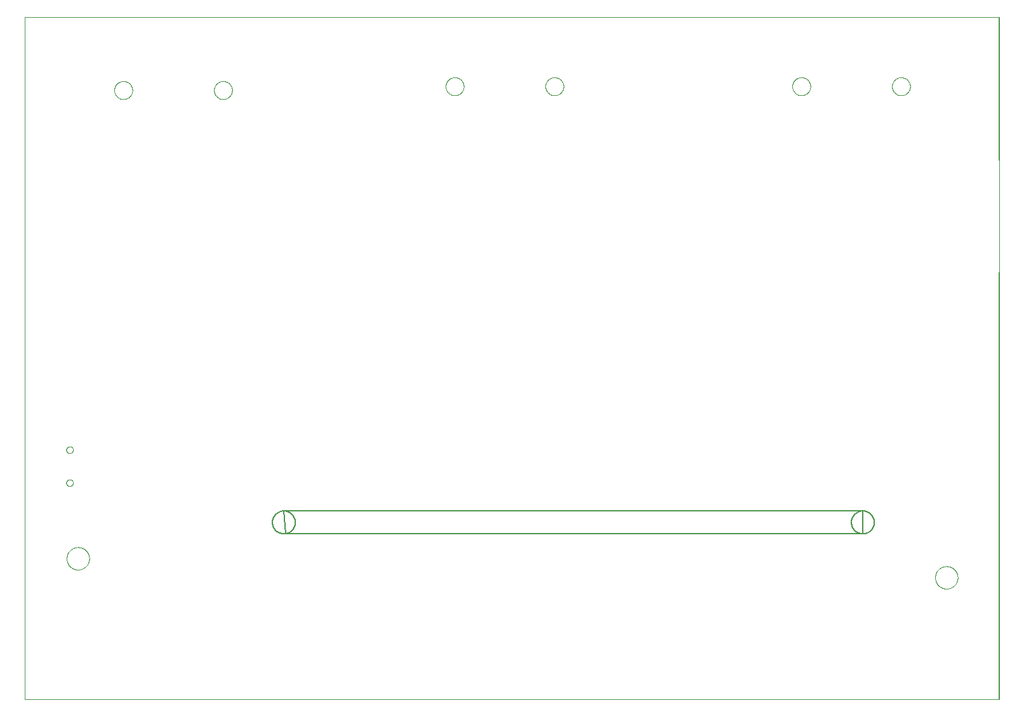
<source format=gko>
G75*
%MOIN*%
%OFA0B0*%
%FSLAX25Y25*%
%IPPOS*%
%LPD*%
%AMOC8*
5,1,8,0,0,1.08239X$1,22.5*
%
%ADD10C,0.00000*%
%ADD11C,0.00300*%
%ADD12C,0.00600*%
%ADD13C,0.00001*%
D10*
X0164848Y0107358D02*
X0676659Y0107358D01*
X0642942Y0171358D02*
X0642944Y0171511D01*
X0642950Y0171665D01*
X0642960Y0171818D01*
X0642974Y0171970D01*
X0642992Y0172123D01*
X0643014Y0172274D01*
X0643039Y0172425D01*
X0643069Y0172576D01*
X0643103Y0172726D01*
X0643140Y0172874D01*
X0643181Y0173022D01*
X0643226Y0173168D01*
X0643275Y0173314D01*
X0643328Y0173458D01*
X0643384Y0173600D01*
X0643444Y0173741D01*
X0643508Y0173881D01*
X0643575Y0174019D01*
X0643646Y0174155D01*
X0643721Y0174289D01*
X0643798Y0174421D01*
X0643880Y0174551D01*
X0643964Y0174679D01*
X0644052Y0174805D01*
X0644143Y0174928D01*
X0644237Y0175049D01*
X0644335Y0175167D01*
X0644435Y0175283D01*
X0644539Y0175396D01*
X0644645Y0175507D01*
X0644754Y0175615D01*
X0644866Y0175720D01*
X0644980Y0175821D01*
X0645098Y0175920D01*
X0645217Y0176016D01*
X0645339Y0176109D01*
X0645464Y0176198D01*
X0645591Y0176285D01*
X0645720Y0176367D01*
X0645851Y0176447D01*
X0645984Y0176523D01*
X0646119Y0176596D01*
X0646256Y0176665D01*
X0646395Y0176730D01*
X0646535Y0176792D01*
X0646677Y0176850D01*
X0646820Y0176905D01*
X0646965Y0176956D01*
X0647111Y0177003D01*
X0647258Y0177046D01*
X0647406Y0177085D01*
X0647555Y0177121D01*
X0647705Y0177152D01*
X0647856Y0177180D01*
X0648007Y0177204D01*
X0648160Y0177224D01*
X0648312Y0177240D01*
X0648465Y0177252D01*
X0648618Y0177260D01*
X0648771Y0177264D01*
X0648925Y0177264D01*
X0649078Y0177260D01*
X0649231Y0177252D01*
X0649384Y0177240D01*
X0649536Y0177224D01*
X0649689Y0177204D01*
X0649840Y0177180D01*
X0649991Y0177152D01*
X0650141Y0177121D01*
X0650290Y0177085D01*
X0650438Y0177046D01*
X0650585Y0177003D01*
X0650731Y0176956D01*
X0650876Y0176905D01*
X0651019Y0176850D01*
X0651161Y0176792D01*
X0651301Y0176730D01*
X0651440Y0176665D01*
X0651577Y0176596D01*
X0651712Y0176523D01*
X0651845Y0176447D01*
X0651976Y0176367D01*
X0652105Y0176285D01*
X0652232Y0176198D01*
X0652357Y0176109D01*
X0652479Y0176016D01*
X0652598Y0175920D01*
X0652716Y0175821D01*
X0652830Y0175720D01*
X0652942Y0175615D01*
X0653051Y0175507D01*
X0653157Y0175396D01*
X0653261Y0175283D01*
X0653361Y0175167D01*
X0653459Y0175049D01*
X0653553Y0174928D01*
X0653644Y0174805D01*
X0653732Y0174679D01*
X0653816Y0174551D01*
X0653898Y0174421D01*
X0653975Y0174289D01*
X0654050Y0174155D01*
X0654121Y0174019D01*
X0654188Y0173881D01*
X0654252Y0173741D01*
X0654312Y0173600D01*
X0654368Y0173458D01*
X0654421Y0173314D01*
X0654470Y0173168D01*
X0654515Y0173022D01*
X0654556Y0172874D01*
X0654593Y0172726D01*
X0654627Y0172576D01*
X0654657Y0172425D01*
X0654682Y0172274D01*
X0654704Y0172123D01*
X0654722Y0171970D01*
X0654736Y0171818D01*
X0654746Y0171665D01*
X0654752Y0171511D01*
X0654754Y0171358D01*
X0654752Y0171205D01*
X0654746Y0171051D01*
X0654736Y0170898D01*
X0654722Y0170746D01*
X0654704Y0170593D01*
X0654682Y0170442D01*
X0654657Y0170291D01*
X0654627Y0170140D01*
X0654593Y0169990D01*
X0654556Y0169842D01*
X0654515Y0169694D01*
X0654470Y0169548D01*
X0654421Y0169402D01*
X0654368Y0169258D01*
X0654312Y0169116D01*
X0654252Y0168975D01*
X0654188Y0168835D01*
X0654121Y0168697D01*
X0654050Y0168561D01*
X0653975Y0168427D01*
X0653898Y0168295D01*
X0653816Y0168165D01*
X0653732Y0168037D01*
X0653644Y0167911D01*
X0653553Y0167788D01*
X0653459Y0167667D01*
X0653361Y0167549D01*
X0653261Y0167433D01*
X0653157Y0167320D01*
X0653051Y0167209D01*
X0652942Y0167101D01*
X0652830Y0166996D01*
X0652716Y0166895D01*
X0652598Y0166796D01*
X0652479Y0166700D01*
X0652357Y0166607D01*
X0652232Y0166518D01*
X0652105Y0166431D01*
X0651976Y0166349D01*
X0651845Y0166269D01*
X0651712Y0166193D01*
X0651577Y0166120D01*
X0651440Y0166051D01*
X0651301Y0165986D01*
X0651161Y0165924D01*
X0651019Y0165866D01*
X0650876Y0165811D01*
X0650731Y0165760D01*
X0650585Y0165713D01*
X0650438Y0165670D01*
X0650290Y0165631D01*
X0650141Y0165595D01*
X0649991Y0165564D01*
X0649840Y0165536D01*
X0649689Y0165512D01*
X0649536Y0165492D01*
X0649384Y0165476D01*
X0649231Y0165464D01*
X0649078Y0165456D01*
X0648925Y0165452D01*
X0648771Y0165452D01*
X0648618Y0165456D01*
X0648465Y0165464D01*
X0648312Y0165476D01*
X0648160Y0165492D01*
X0648007Y0165512D01*
X0647856Y0165536D01*
X0647705Y0165564D01*
X0647555Y0165595D01*
X0647406Y0165631D01*
X0647258Y0165670D01*
X0647111Y0165713D01*
X0646965Y0165760D01*
X0646820Y0165811D01*
X0646677Y0165866D01*
X0646535Y0165924D01*
X0646395Y0165986D01*
X0646256Y0166051D01*
X0646119Y0166120D01*
X0645984Y0166193D01*
X0645851Y0166269D01*
X0645720Y0166349D01*
X0645591Y0166431D01*
X0645464Y0166518D01*
X0645339Y0166607D01*
X0645217Y0166700D01*
X0645098Y0166796D01*
X0644980Y0166895D01*
X0644866Y0166996D01*
X0644754Y0167101D01*
X0644645Y0167209D01*
X0644539Y0167320D01*
X0644435Y0167433D01*
X0644335Y0167549D01*
X0644237Y0167667D01*
X0644143Y0167788D01*
X0644052Y0167911D01*
X0643964Y0168037D01*
X0643880Y0168165D01*
X0643798Y0168295D01*
X0643721Y0168427D01*
X0643646Y0168561D01*
X0643575Y0168697D01*
X0643508Y0168835D01*
X0643444Y0168975D01*
X0643384Y0169116D01*
X0643328Y0169258D01*
X0643275Y0169402D01*
X0643226Y0169548D01*
X0643181Y0169694D01*
X0643140Y0169842D01*
X0643103Y0169990D01*
X0643069Y0170140D01*
X0643039Y0170291D01*
X0643014Y0170442D01*
X0642992Y0170593D01*
X0642974Y0170746D01*
X0642960Y0170898D01*
X0642950Y0171051D01*
X0642944Y0171205D01*
X0642942Y0171358D01*
X0620285Y0429358D02*
X0620287Y0429495D01*
X0620293Y0429633D01*
X0620303Y0429770D01*
X0620317Y0429906D01*
X0620335Y0430042D01*
X0620356Y0430178D01*
X0620382Y0430313D01*
X0620412Y0430447D01*
X0620445Y0430580D01*
X0620482Y0430713D01*
X0620524Y0430844D01*
X0620568Y0430973D01*
X0620617Y0431102D01*
X0620669Y0431229D01*
X0620725Y0431354D01*
X0620785Y0431478D01*
X0620848Y0431600D01*
X0620915Y0431720D01*
X0620985Y0431838D01*
X0621058Y0431954D01*
X0621135Y0432068D01*
X0621215Y0432180D01*
X0621299Y0432289D01*
X0621385Y0432396D01*
X0621475Y0432500D01*
X0621567Y0432601D01*
X0621662Y0432700D01*
X0621761Y0432796D01*
X0621861Y0432890D01*
X0621965Y0432980D01*
X0622071Y0433067D01*
X0622180Y0433151D01*
X0622291Y0433232D01*
X0622404Y0433310D01*
X0622520Y0433384D01*
X0622637Y0433455D01*
X0622757Y0433522D01*
X0622878Y0433586D01*
X0623002Y0433647D01*
X0623127Y0433704D01*
X0623253Y0433757D01*
X0623381Y0433807D01*
X0623511Y0433853D01*
X0623642Y0433895D01*
X0623774Y0433933D01*
X0623907Y0433967D01*
X0624040Y0433998D01*
X0624175Y0434025D01*
X0624311Y0434047D01*
X0624447Y0434066D01*
X0624583Y0434081D01*
X0624720Y0434092D01*
X0624857Y0434099D01*
X0624995Y0434102D01*
X0625132Y0434101D01*
X0625269Y0434096D01*
X0625406Y0434087D01*
X0625543Y0434074D01*
X0625679Y0434057D01*
X0625815Y0434036D01*
X0625950Y0434012D01*
X0626085Y0433983D01*
X0626218Y0433951D01*
X0626351Y0433914D01*
X0626482Y0433874D01*
X0626612Y0433830D01*
X0626741Y0433782D01*
X0626868Y0433731D01*
X0626994Y0433676D01*
X0627118Y0433617D01*
X0627241Y0433555D01*
X0627361Y0433489D01*
X0627480Y0433420D01*
X0627596Y0433347D01*
X0627711Y0433271D01*
X0627823Y0433192D01*
X0627933Y0433109D01*
X0628040Y0433024D01*
X0628145Y0432935D01*
X0628247Y0432843D01*
X0628347Y0432749D01*
X0628444Y0432651D01*
X0628538Y0432551D01*
X0628629Y0432448D01*
X0628717Y0432343D01*
X0628801Y0432235D01*
X0628883Y0432124D01*
X0628962Y0432011D01*
X0629037Y0431896D01*
X0629109Y0431779D01*
X0629177Y0431660D01*
X0629242Y0431539D01*
X0629303Y0431416D01*
X0629361Y0431292D01*
X0629415Y0431166D01*
X0629466Y0431038D01*
X0629512Y0430909D01*
X0629555Y0430778D01*
X0629595Y0430647D01*
X0629630Y0430514D01*
X0629662Y0430380D01*
X0629689Y0430246D01*
X0629713Y0430110D01*
X0629733Y0429974D01*
X0629749Y0429838D01*
X0629761Y0429701D01*
X0629769Y0429564D01*
X0629773Y0429427D01*
X0629773Y0429289D01*
X0629769Y0429152D01*
X0629761Y0429015D01*
X0629749Y0428878D01*
X0629733Y0428742D01*
X0629713Y0428606D01*
X0629689Y0428470D01*
X0629662Y0428336D01*
X0629630Y0428202D01*
X0629595Y0428069D01*
X0629555Y0427938D01*
X0629512Y0427807D01*
X0629466Y0427678D01*
X0629415Y0427550D01*
X0629361Y0427424D01*
X0629303Y0427300D01*
X0629242Y0427177D01*
X0629177Y0427056D01*
X0629109Y0426937D01*
X0629037Y0426820D01*
X0628962Y0426705D01*
X0628883Y0426592D01*
X0628801Y0426481D01*
X0628717Y0426373D01*
X0628629Y0426268D01*
X0628538Y0426165D01*
X0628444Y0426065D01*
X0628347Y0425967D01*
X0628247Y0425873D01*
X0628145Y0425781D01*
X0628040Y0425692D01*
X0627933Y0425607D01*
X0627823Y0425524D01*
X0627711Y0425445D01*
X0627596Y0425369D01*
X0627480Y0425296D01*
X0627361Y0425227D01*
X0627241Y0425161D01*
X0627118Y0425099D01*
X0626994Y0425040D01*
X0626868Y0424985D01*
X0626741Y0424934D01*
X0626612Y0424886D01*
X0626482Y0424842D01*
X0626351Y0424802D01*
X0626218Y0424765D01*
X0626085Y0424733D01*
X0625950Y0424704D01*
X0625815Y0424680D01*
X0625679Y0424659D01*
X0625543Y0424642D01*
X0625406Y0424629D01*
X0625269Y0424620D01*
X0625132Y0424615D01*
X0624995Y0424614D01*
X0624857Y0424617D01*
X0624720Y0424624D01*
X0624583Y0424635D01*
X0624447Y0424650D01*
X0624311Y0424669D01*
X0624175Y0424691D01*
X0624040Y0424718D01*
X0623907Y0424749D01*
X0623774Y0424783D01*
X0623642Y0424821D01*
X0623511Y0424863D01*
X0623381Y0424909D01*
X0623253Y0424959D01*
X0623127Y0425012D01*
X0623002Y0425069D01*
X0622878Y0425130D01*
X0622757Y0425194D01*
X0622637Y0425261D01*
X0622520Y0425332D01*
X0622404Y0425406D01*
X0622291Y0425484D01*
X0622180Y0425565D01*
X0622071Y0425649D01*
X0621965Y0425736D01*
X0621861Y0425826D01*
X0621761Y0425920D01*
X0621662Y0426016D01*
X0621567Y0426115D01*
X0621475Y0426216D01*
X0621385Y0426320D01*
X0621299Y0426427D01*
X0621215Y0426536D01*
X0621135Y0426648D01*
X0621058Y0426762D01*
X0620985Y0426878D01*
X0620915Y0426996D01*
X0620848Y0427116D01*
X0620785Y0427238D01*
X0620725Y0427362D01*
X0620669Y0427487D01*
X0620617Y0427614D01*
X0620568Y0427743D01*
X0620524Y0427872D01*
X0620482Y0428003D01*
X0620445Y0428136D01*
X0620412Y0428269D01*
X0620382Y0428403D01*
X0620356Y0428538D01*
X0620335Y0428674D01*
X0620317Y0428810D01*
X0620303Y0428946D01*
X0620293Y0429083D01*
X0620287Y0429221D01*
X0620285Y0429358D01*
X0567923Y0429358D02*
X0567925Y0429495D01*
X0567931Y0429633D01*
X0567941Y0429770D01*
X0567955Y0429906D01*
X0567973Y0430042D01*
X0567994Y0430178D01*
X0568020Y0430313D01*
X0568050Y0430447D01*
X0568083Y0430580D01*
X0568120Y0430713D01*
X0568162Y0430844D01*
X0568206Y0430973D01*
X0568255Y0431102D01*
X0568307Y0431229D01*
X0568363Y0431354D01*
X0568423Y0431478D01*
X0568486Y0431600D01*
X0568553Y0431720D01*
X0568623Y0431838D01*
X0568696Y0431954D01*
X0568773Y0432068D01*
X0568853Y0432180D01*
X0568937Y0432289D01*
X0569023Y0432396D01*
X0569113Y0432500D01*
X0569205Y0432601D01*
X0569300Y0432700D01*
X0569399Y0432796D01*
X0569499Y0432890D01*
X0569603Y0432980D01*
X0569709Y0433067D01*
X0569818Y0433151D01*
X0569929Y0433232D01*
X0570042Y0433310D01*
X0570158Y0433384D01*
X0570275Y0433455D01*
X0570395Y0433522D01*
X0570516Y0433586D01*
X0570640Y0433647D01*
X0570765Y0433704D01*
X0570891Y0433757D01*
X0571019Y0433807D01*
X0571149Y0433853D01*
X0571280Y0433895D01*
X0571412Y0433933D01*
X0571545Y0433967D01*
X0571678Y0433998D01*
X0571813Y0434025D01*
X0571949Y0434047D01*
X0572085Y0434066D01*
X0572221Y0434081D01*
X0572358Y0434092D01*
X0572495Y0434099D01*
X0572633Y0434102D01*
X0572770Y0434101D01*
X0572907Y0434096D01*
X0573044Y0434087D01*
X0573181Y0434074D01*
X0573317Y0434057D01*
X0573453Y0434036D01*
X0573588Y0434012D01*
X0573723Y0433983D01*
X0573856Y0433951D01*
X0573989Y0433914D01*
X0574120Y0433874D01*
X0574250Y0433830D01*
X0574379Y0433782D01*
X0574506Y0433731D01*
X0574632Y0433676D01*
X0574756Y0433617D01*
X0574879Y0433555D01*
X0574999Y0433489D01*
X0575118Y0433420D01*
X0575234Y0433347D01*
X0575349Y0433271D01*
X0575461Y0433192D01*
X0575571Y0433109D01*
X0575678Y0433024D01*
X0575783Y0432935D01*
X0575885Y0432843D01*
X0575985Y0432749D01*
X0576082Y0432651D01*
X0576176Y0432551D01*
X0576267Y0432448D01*
X0576355Y0432343D01*
X0576439Y0432235D01*
X0576521Y0432124D01*
X0576600Y0432011D01*
X0576675Y0431896D01*
X0576747Y0431779D01*
X0576815Y0431660D01*
X0576880Y0431539D01*
X0576941Y0431416D01*
X0576999Y0431292D01*
X0577053Y0431166D01*
X0577104Y0431038D01*
X0577150Y0430909D01*
X0577193Y0430778D01*
X0577233Y0430647D01*
X0577268Y0430514D01*
X0577300Y0430380D01*
X0577327Y0430246D01*
X0577351Y0430110D01*
X0577371Y0429974D01*
X0577387Y0429838D01*
X0577399Y0429701D01*
X0577407Y0429564D01*
X0577411Y0429427D01*
X0577411Y0429289D01*
X0577407Y0429152D01*
X0577399Y0429015D01*
X0577387Y0428878D01*
X0577371Y0428742D01*
X0577351Y0428606D01*
X0577327Y0428470D01*
X0577300Y0428336D01*
X0577268Y0428202D01*
X0577233Y0428069D01*
X0577193Y0427938D01*
X0577150Y0427807D01*
X0577104Y0427678D01*
X0577053Y0427550D01*
X0576999Y0427424D01*
X0576941Y0427300D01*
X0576880Y0427177D01*
X0576815Y0427056D01*
X0576747Y0426937D01*
X0576675Y0426820D01*
X0576600Y0426705D01*
X0576521Y0426592D01*
X0576439Y0426481D01*
X0576355Y0426373D01*
X0576267Y0426268D01*
X0576176Y0426165D01*
X0576082Y0426065D01*
X0575985Y0425967D01*
X0575885Y0425873D01*
X0575783Y0425781D01*
X0575678Y0425692D01*
X0575571Y0425607D01*
X0575461Y0425524D01*
X0575349Y0425445D01*
X0575234Y0425369D01*
X0575118Y0425296D01*
X0574999Y0425227D01*
X0574879Y0425161D01*
X0574756Y0425099D01*
X0574632Y0425040D01*
X0574506Y0424985D01*
X0574379Y0424934D01*
X0574250Y0424886D01*
X0574120Y0424842D01*
X0573989Y0424802D01*
X0573856Y0424765D01*
X0573723Y0424733D01*
X0573588Y0424704D01*
X0573453Y0424680D01*
X0573317Y0424659D01*
X0573181Y0424642D01*
X0573044Y0424629D01*
X0572907Y0424620D01*
X0572770Y0424615D01*
X0572633Y0424614D01*
X0572495Y0424617D01*
X0572358Y0424624D01*
X0572221Y0424635D01*
X0572085Y0424650D01*
X0571949Y0424669D01*
X0571813Y0424691D01*
X0571678Y0424718D01*
X0571545Y0424749D01*
X0571412Y0424783D01*
X0571280Y0424821D01*
X0571149Y0424863D01*
X0571019Y0424909D01*
X0570891Y0424959D01*
X0570765Y0425012D01*
X0570640Y0425069D01*
X0570516Y0425130D01*
X0570395Y0425194D01*
X0570275Y0425261D01*
X0570158Y0425332D01*
X0570042Y0425406D01*
X0569929Y0425484D01*
X0569818Y0425565D01*
X0569709Y0425649D01*
X0569603Y0425736D01*
X0569499Y0425826D01*
X0569399Y0425920D01*
X0569300Y0426016D01*
X0569205Y0426115D01*
X0569113Y0426216D01*
X0569023Y0426320D01*
X0568937Y0426427D01*
X0568853Y0426536D01*
X0568773Y0426648D01*
X0568696Y0426762D01*
X0568623Y0426878D01*
X0568553Y0426996D01*
X0568486Y0427116D01*
X0568423Y0427238D01*
X0568363Y0427362D01*
X0568307Y0427487D01*
X0568255Y0427614D01*
X0568206Y0427743D01*
X0568162Y0427872D01*
X0568120Y0428003D01*
X0568083Y0428136D01*
X0568050Y0428269D01*
X0568020Y0428403D01*
X0567994Y0428538D01*
X0567973Y0428674D01*
X0567955Y0428810D01*
X0567941Y0428946D01*
X0567931Y0429083D01*
X0567925Y0429221D01*
X0567923Y0429358D01*
X0676659Y0465626D02*
X0164848Y0465626D01*
X0211923Y0427358D02*
X0211925Y0427495D01*
X0211931Y0427633D01*
X0211941Y0427770D01*
X0211955Y0427906D01*
X0211973Y0428042D01*
X0211994Y0428178D01*
X0212020Y0428313D01*
X0212050Y0428447D01*
X0212083Y0428580D01*
X0212120Y0428713D01*
X0212162Y0428844D01*
X0212206Y0428973D01*
X0212255Y0429102D01*
X0212307Y0429229D01*
X0212363Y0429354D01*
X0212423Y0429478D01*
X0212486Y0429600D01*
X0212553Y0429720D01*
X0212623Y0429838D01*
X0212696Y0429954D01*
X0212773Y0430068D01*
X0212853Y0430180D01*
X0212937Y0430289D01*
X0213023Y0430396D01*
X0213113Y0430500D01*
X0213205Y0430601D01*
X0213300Y0430700D01*
X0213399Y0430796D01*
X0213499Y0430890D01*
X0213603Y0430980D01*
X0213709Y0431067D01*
X0213818Y0431151D01*
X0213929Y0431232D01*
X0214042Y0431310D01*
X0214158Y0431384D01*
X0214275Y0431455D01*
X0214395Y0431522D01*
X0214516Y0431586D01*
X0214640Y0431647D01*
X0214765Y0431704D01*
X0214891Y0431757D01*
X0215019Y0431807D01*
X0215149Y0431853D01*
X0215280Y0431895D01*
X0215412Y0431933D01*
X0215545Y0431967D01*
X0215678Y0431998D01*
X0215813Y0432025D01*
X0215949Y0432047D01*
X0216085Y0432066D01*
X0216221Y0432081D01*
X0216358Y0432092D01*
X0216495Y0432099D01*
X0216633Y0432102D01*
X0216770Y0432101D01*
X0216907Y0432096D01*
X0217044Y0432087D01*
X0217181Y0432074D01*
X0217317Y0432057D01*
X0217453Y0432036D01*
X0217588Y0432012D01*
X0217723Y0431983D01*
X0217856Y0431951D01*
X0217989Y0431914D01*
X0218120Y0431874D01*
X0218250Y0431830D01*
X0218379Y0431782D01*
X0218506Y0431731D01*
X0218632Y0431676D01*
X0218756Y0431617D01*
X0218879Y0431555D01*
X0218999Y0431489D01*
X0219118Y0431420D01*
X0219234Y0431347D01*
X0219349Y0431271D01*
X0219461Y0431192D01*
X0219571Y0431109D01*
X0219678Y0431024D01*
X0219783Y0430935D01*
X0219885Y0430843D01*
X0219985Y0430749D01*
X0220082Y0430651D01*
X0220176Y0430551D01*
X0220267Y0430448D01*
X0220355Y0430343D01*
X0220439Y0430235D01*
X0220521Y0430124D01*
X0220600Y0430011D01*
X0220675Y0429896D01*
X0220747Y0429779D01*
X0220815Y0429660D01*
X0220880Y0429539D01*
X0220941Y0429416D01*
X0220999Y0429292D01*
X0221053Y0429166D01*
X0221104Y0429038D01*
X0221150Y0428909D01*
X0221193Y0428778D01*
X0221233Y0428647D01*
X0221268Y0428514D01*
X0221300Y0428380D01*
X0221327Y0428246D01*
X0221351Y0428110D01*
X0221371Y0427974D01*
X0221387Y0427838D01*
X0221399Y0427701D01*
X0221407Y0427564D01*
X0221411Y0427427D01*
X0221411Y0427289D01*
X0221407Y0427152D01*
X0221399Y0427015D01*
X0221387Y0426878D01*
X0221371Y0426742D01*
X0221351Y0426606D01*
X0221327Y0426470D01*
X0221300Y0426336D01*
X0221268Y0426202D01*
X0221233Y0426069D01*
X0221193Y0425938D01*
X0221150Y0425807D01*
X0221104Y0425678D01*
X0221053Y0425550D01*
X0220999Y0425424D01*
X0220941Y0425300D01*
X0220880Y0425177D01*
X0220815Y0425056D01*
X0220747Y0424937D01*
X0220675Y0424820D01*
X0220600Y0424705D01*
X0220521Y0424592D01*
X0220439Y0424481D01*
X0220355Y0424373D01*
X0220267Y0424268D01*
X0220176Y0424165D01*
X0220082Y0424065D01*
X0219985Y0423967D01*
X0219885Y0423873D01*
X0219783Y0423781D01*
X0219678Y0423692D01*
X0219571Y0423607D01*
X0219461Y0423524D01*
X0219349Y0423445D01*
X0219234Y0423369D01*
X0219118Y0423296D01*
X0218999Y0423227D01*
X0218879Y0423161D01*
X0218756Y0423099D01*
X0218632Y0423040D01*
X0218506Y0422985D01*
X0218379Y0422934D01*
X0218250Y0422886D01*
X0218120Y0422842D01*
X0217989Y0422802D01*
X0217856Y0422765D01*
X0217723Y0422733D01*
X0217588Y0422704D01*
X0217453Y0422680D01*
X0217317Y0422659D01*
X0217181Y0422642D01*
X0217044Y0422629D01*
X0216907Y0422620D01*
X0216770Y0422615D01*
X0216633Y0422614D01*
X0216495Y0422617D01*
X0216358Y0422624D01*
X0216221Y0422635D01*
X0216085Y0422650D01*
X0215949Y0422669D01*
X0215813Y0422691D01*
X0215678Y0422718D01*
X0215545Y0422749D01*
X0215412Y0422783D01*
X0215280Y0422821D01*
X0215149Y0422863D01*
X0215019Y0422909D01*
X0214891Y0422959D01*
X0214765Y0423012D01*
X0214640Y0423069D01*
X0214516Y0423130D01*
X0214395Y0423194D01*
X0214275Y0423261D01*
X0214158Y0423332D01*
X0214042Y0423406D01*
X0213929Y0423484D01*
X0213818Y0423565D01*
X0213709Y0423649D01*
X0213603Y0423736D01*
X0213499Y0423826D01*
X0213399Y0423920D01*
X0213300Y0424016D01*
X0213205Y0424115D01*
X0213113Y0424216D01*
X0213023Y0424320D01*
X0212937Y0424427D01*
X0212853Y0424536D01*
X0212773Y0424648D01*
X0212696Y0424762D01*
X0212623Y0424878D01*
X0212553Y0424996D01*
X0212486Y0425116D01*
X0212423Y0425238D01*
X0212363Y0425362D01*
X0212307Y0425487D01*
X0212255Y0425614D01*
X0212206Y0425743D01*
X0212162Y0425872D01*
X0212120Y0426003D01*
X0212083Y0426136D01*
X0212050Y0426269D01*
X0212020Y0426403D01*
X0211994Y0426538D01*
X0211973Y0426674D01*
X0211955Y0426810D01*
X0211941Y0426946D01*
X0211931Y0427083D01*
X0211925Y0427221D01*
X0211923Y0427358D01*
X0264285Y0427358D02*
X0264287Y0427495D01*
X0264293Y0427633D01*
X0264303Y0427770D01*
X0264317Y0427906D01*
X0264335Y0428042D01*
X0264356Y0428178D01*
X0264382Y0428313D01*
X0264412Y0428447D01*
X0264445Y0428580D01*
X0264482Y0428713D01*
X0264524Y0428844D01*
X0264568Y0428973D01*
X0264617Y0429102D01*
X0264669Y0429229D01*
X0264725Y0429354D01*
X0264785Y0429478D01*
X0264848Y0429600D01*
X0264915Y0429720D01*
X0264985Y0429838D01*
X0265058Y0429954D01*
X0265135Y0430068D01*
X0265215Y0430180D01*
X0265299Y0430289D01*
X0265385Y0430396D01*
X0265475Y0430500D01*
X0265567Y0430601D01*
X0265662Y0430700D01*
X0265761Y0430796D01*
X0265861Y0430890D01*
X0265965Y0430980D01*
X0266071Y0431067D01*
X0266180Y0431151D01*
X0266291Y0431232D01*
X0266404Y0431310D01*
X0266520Y0431384D01*
X0266637Y0431455D01*
X0266757Y0431522D01*
X0266878Y0431586D01*
X0267002Y0431647D01*
X0267127Y0431704D01*
X0267253Y0431757D01*
X0267381Y0431807D01*
X0267511Y0431853D01*
X0267642Y0431895D01*
X0267774Y0431933D01*
X0267907Y0431967D01*
X0268040Y0431998D01*
X0268175Y0432025D01*
X0268311Y0432047D01*
X0268447Y0432066D01*
X0268583Y0432081D01*
X0268720Y0432092D01*
X0268857Y0432099D01*
X0268995Y0432102D01*
X0269132Y0432101D01*
X0269269Y0432096D01*
X0269406Y0432087D01*
X0269543Y0432074D01*
X0269679Y0432057D01*
X0269815Y0432036D01*
X0269950Y0432012D01*
X0270085Y0431983D01*
X0270218Y0431951D01*
X0270351Y0431914D01*
X0270482Y0431874D01*
X0270612Y0431830D01*
X0270741Y0431782D01*
X0270868Y0431731D01*
X0270994Y0431676D01*
X0271118Y0431617D01*
X0271241Y0431555D01*
X0271361Y0431489D01*
X0271480Y0431420D01*
X0271596Y0431347D01*
X0271711Y0431271D01*
X0271823Y0431192D01*
X0271933Y0431109D01*
X0272040Y0431024D01*
X0272145Y0430935D01*
X0272247Y0430843D01*
X0272347Y0430749D01*
X0272444Y0430651D01*
X0272538Y0430551D01*
X0272629Y0430448D01*
X0272717Y0430343D01*
X0272801Y0430235D01*
X0272883Y0430124D01*
X0272962Y0430011D01*
X0273037Y0429896D01*
X0273109Y0429779D01*
X0273177Y0429660D01*
X0273242Y0429539D01*
X0273303Y0429416D01*
X0273361Y0429292D01*
X0273415Y0429166D01*
X0273466Y0429038D01*
X0273512Y0428909D01*
X0273555Y0428778D01*
X0273595Y0428647D01*
X0273630Y0428514D01*
X0273662Y0428380D01*
X0273689Y0428246D01*
X0273713Y0428110D01*
X0273733Y0427974D01*
X0273749Y0427838D01*
X0273761Y0427701D01*
X0273769Y0427564D01*
X0273773Y0427427D01*
X0273773Y0427289D01*
X0273769Y0427152D01*
X0273761Y0427015D01*
X0273749Y0426878D01*
X0273733Y0426742D01*
X0273713Y0426606D01*
X0273689Y0426470D01*
X0273662Y0426336D01*
X0273630Y0426202D01*
X0273595Y0426069D01*
X0273555Y0425938D01*
X0273512Y0425807D01*
X0273466Y0425678D01*
X0273415Y0425550D01*
X0273361Y0425424D01*
X0273303Y0425300D01*
X0273242Y0425177D01*
X0273177Y0425056D01*
X0273109Y0424937D01*
X0273037Y0424820D01*
X0272962Y0424705D01*
X0272883Y0424592D01*
X0272801Y0424481D01*
X0272717Y0424373D01*
X0272629Y0424268D01*
X0272538Y0424165D01*
X0272444Y0424065D01*
X0272347Y0423967D01*
X0272247Y0423873D01*
X0272145Y0423781D01*
X0272040Y0423692D01*
X0271933Y0423607D01*
X0271823Y0423524D01*
X0271711Y0423445D01*
X0271596Y0423369D01*
X0271480Y0423296D01*
X0271361Y0423227D01*
X0271241Y0423161D01*
X0271118Y0423099D01*
X0270994Y0423040D01*
X0270868Y0422985D01*
X0270741Y0422934D01*
X0270612Y0422886D01*
X0270482Y0422842D01*
X0270351Y0422802D01*
X0270218Y0422765D01*
X0270085Y0422733D01*
X0269950Y0422704D01*
X0269815Y0422680D01*
X0269679Y0422659D01*
X0269543Y0422642D01*
X0269406Y0422629D01*
X0269269Y0422620D01*
X0269132Y0422615D01*
X0268995Y0422614D01*
X0268857Y0422617D01*
X0268720Y0422624D01*
X0268583Y0422635D01*
X0268447Y0422650D01*
X0268311Y0422669D01*
X0268175Y0422691D01*
X0268040Y0422718D01*
X0267907Y0422749D01*
X0267774Y0422783D01*
X0267642Y0422821D01*
X0267511Y0422863D01*
X0267381Y0422909D01*
X0267253Y0422959D01*
X0267127Y0423012D01*
X0267002Y0423069D01*
X0266878Y0423130D01*
X0266757Y0423194D01*
X0266637Y0423261D01*
X0266520Y0423332D01*
X0266404Y0423406D01*
X0266291Y0423484D01*
X0266180Y0423565D01*
X0266071Y0423649D01*
X0265965Y0423736D01*
X0265861Y0423826D01*
X0265761Y0423920D01*
X0265662Y0424016D01*
X0265567Y0424115D01*
X0265475Y0424216D01*
X0265385Y0424320D01*
X0265299Y0424427D01*
X0265215Y0424536D01*
X0265135Y0424648D01*
X0265058Y0424762D01*
X0264985Y0424878D01*
X0264915Y0424996D01*
X0264848Y0425116D01*
X0264785Y0425238D01*
X0264725Y0425362D01*
X0264669Y0425487D01*
X0264617Y0425614D01*
X0264568Y0425743D01*
X0264524Y0425872D01*
X0264482Y0426003D01*
X0264445Y0426136D01*
X0264412Y0426269D01*
X0264382Y0426403D01*
X0264356Y0426538D01*
X0264335Y0426674D01*
X0264317Y0426810D01*
X0264303Y0426946D01*
X0264293Y0427083D01*
X0264287Y0427221D01*
X0264285Y0427358D01*
X0385923Y0429358D02*
X0385925Y0429495D01*
X0385931Y0429633D01*
X0385941Y0429770D01*
X0385955Y0429906D01*
X0385973Y0430042D01*
X0385994Y0430178D01*
X0386020Y0430313D01*
X0386050Y0430447D01*
X0386083Y0430580D01*
X0386120Y0430713D01*
X0386162Y0430844D01*
X0386206Y0430973D01*
X0386255Y0431102D01*
X0386307Y0431229D01*
X0386363Y0431354D01*
X0386423Y0431478D01*
X0386486Y0431600D01*
X0386553Y0431720D01*
X0386623Y0431838D01*
X0386696Y0431954D01*
X0386773Y0432068D01*
X0386853Y0432180D01*
X0386937Y0432289D01*
X0387023Y0432396D01*
X0387113Y0432500D01*
X0387205Y0432601D01*
X0387300Y0432700D01*
X0387399Y0432796D01*
X0387499Y0432890D01*
X0387603Y0432980D01*
X0387709Y0433067D01*
X0387818Y0433151D01*
X0387929Y0433232D01*
X0388042Y0433310D01*
X0388158Y0433384D01*
X0388275Y0433455D01*
X0388395Y0433522D01*
X0388516Y0433586D01*
X0388640Y0433647D01*
X0388765Y0433704D01*
X0388891Y0433757D01*
X0389019Y0433807D01*
X0389149Y0433853D01*
X0389280Y0433895D01*
X0389412Y0433933D01*
X0389545Y0433967D01*
X0389678Y0433998D01*
X0389813Y0434025D01*
X0389949Y0434047D01*
X0390085Y0434066D01*
X0390221Y0434081D01*
X0390358Y0434092D01*
X0390495Y0434099D01*
X0390633Y0434102D01*
X0390770Y0434101D01*
X0390907Y0434096D01*
X0391044Y0434087D01*
X0391181Y0434074D01*
X0391317Y0434057D01*
X0391453Y0434036D01*
X0391588Y0434012D01*
X0391723Y0433983D01*
X0391856Y0433951D01*
X0391989Y0433914D01*
X0392120Y0433874D01*
X0392250Y0433830D01*
X0392379Y0433782D01*
X0392506Y0433731D01*
X0392632Y0433676D01*
X0392756Y0433617D01*
X0392879Y0433555D01*
X0392999Y0433489D01*
X0393118Y0433420D01*
X0393234Y0433347D01*
X0393349Y0433271D01*
X0393461Y0433192D01*
X0393571Y0433109D01*
X0393678Y0433024D01*
X0393783Y0432935D01*
X0393885Y0432843D01*
X0393985Y0432749D01*
X0394082Y0432651D01*
X0394176Y0432551D01*
X0394267Y0432448D01*
X0394355Y0432343D01*
X0394439Y0432235D01*
X0394521Y0432124D01*
X0394600Y0432011D01*
X0394675Y0431896D01*
X0394747Y0431779D01*
X0394815Y0431660D01*
X0394880Y0431539D01*
X0394941Y0431416D01*
X0394999Y0431292D01*
X0395053Y0431166D01*
X0395104Y0431038D01*
X0395150Y0430909D01*
X0395193Y0430778D01*
X0395233Y0430647D01*
X0395268Y0430514D01*
X0395300Y0430380D01*
X0395327Y0430246D01*
X0395351Y0430110D01*
X0395371Y0429974D01*
X0395387Y0429838D01*
X0395399Y0429701D01*
X0395407Y0429564D01*
X0395411Y0429427D01*
X0395411Y0429289D01*
X0395407Y0429152D01*
X0395399Y0429015D01*
X0395387Y0428878D01*
X0395371Y0428742D01*
X0395351Y0428606D01*
X0395327Y0428470D01*
X0395300Y0428336D01*
X0395268Y0428202D01*
X0395233Y0428069D01*
X0395193Y0427938D01*
X0395150Y0427807D01*
X0395104Y0427678D01*
X0395053Y0427550D01*
X0394999Y0427424D01*
X0394941Y0427300D01*
X0394880Y0427177D01*
X0394815Y0427056D01*
X0394747Y0426937D01*
X0394675Y0426820D01*
X0394600Y0426705D01*
X0394521Y0426592D01*
X0394439Y0426481D01*
X0394355Y0426373D01*
X0394267Y0426268D01*
X0394176Y0426165D01*
X0394082Y0426065D01*
X0393985Y0425967D01*
X0393885Y0425873D01*
X0393783Y0425781D01*
X0393678Y0425692D01*
X0393571Y0425607D01*
X0393461Y0425524D01*
X0393349Y0425445D01*
X0393234Y0425369D01*
X0393118Y0425296D01*
X0392999Y0425227D01*
X0392879Y0425161D01*
X0392756Y0425099D01*
X0392632Y0425040D01*
X0392506Y0424985D01*
X0392379Y0424934D01*
X0392250Y0424886D01*
X0392120Y0424842D01*
X0391989Y0424802D01*
X0391856Y0424765D01*
X0391723Y0424733D01*
X0391588Y0424704D01*
X0391453Y0424680D01*
X0391317Y0424659D01*
X0391181Y0424642D01*
X0391044Y0424629D01*
X0390907Y0424620D01*
X0390770Y0424615D01*
X0390633Y0424614D01*
X0390495Y0424617D01*
X0390358Y0424624D01*
X0390221Y0424635D01*
X0390085Y0424650D01*
X0389949Y0424669D01*
X0389813Y0424691D01*
X0389678Y0424718D01*
X0389545Y0424749D01*
X0389412Y0424783D01*
X0389280Y0424821D01*
X0389149Y0424863D01*
X0389019Y0424909D01*
X0388891Y0424959D01*
X0388765Y0425012D01*
X0388640Y0425069D01*
X0388516Y0425130D01*
X0388395Y0425194D01*
X0388275Y0425261D01*
X0388158Y0425332D01*
X0388042Y0425406D01*
X0387929Y0425484D01*
X0387818Y0425565D01*
X0387709Y0425649D01*
X0387603Y0425736D01*
X0387499Y0425826D01*
X0387399Y0425920D01*
X0387300Y0426016D01*
X0387205Y0426115D01*
X0387113Y0426216D01*
X0387023Y0426320D01*
X0386937Y0426427D01*
X0386853Y0426536D01*
X0386773Y0426648D01*
X0386696Y0426762D01*
X0386623Y0426878D01*
X0386553Y0426996D01*
X0386486Y0427116D01*
X0386423Y0427238D01*
X0386363Y0427362D01*
X0386307Y0427487D01*
X0386255Y0427614D01*
X0386206Y0427743D01*
X0386162Y0427872D01*
X0386120Y0428003D01*
X0386083Y0428136D01*
X0386050Y0428269D01*
X0386020Y0428403D01*
X0385994Y0428538D01*
X0385973Y0428674D01*
X0385955Y0428810D01*
X0385941Y0428946D01*
X0385931Y0429083D01*
X0385925Y0429221D01*
X0385923Y0429358D01*
X0438285Y0429358D02*
X0438287Y0429495D01*
X0438293Y0429633D01*
X0438303Y0429770D01*
X0438317Y0429906D01*
X0438335Y0430042D01*
X0438356Y0430178D01*
X0438382Y0430313D01*
X0438412Y0430447D01*
X0438445Y0430580D01*
X0438482Y0430713D01*
X0438524Y0430844D01*
X0438568Y0430973D01*
X0438617Y0431102D01*
X0438669Y0431229D01*
X0438725Y0431354D01*
X0438785Y0431478D01*
X0438848Y0431600D01*
X0438915Y0431720D01*
X0438985Y0431838D01*
X0439058Y0431954D01*
X0439135Y0432068D01*
X0439215Y0432180D01*
X0439299Y0432289D01*
X0439385Y0432396D01*
X0439475Y0432500D01*
X0439567Y0432601D01*
X0439662Y0432700D01*
X0439761Y0432796D01*
X0439861Y0432890D01*
X0439965Y0432980D01*
X0440071Y0433067D01*
X0440180Y0433151D01*
X0440291Y0433232D01*
X0440404Y0433310D01*
X0440520Y0433384D01*
X0440637Y0433455D01*
X0440757Y0433522D01*
X0440878Y0433586D01*
X0441002Y0433647D01*
X0441127Y0433704D01*
X0441253Y0433757D01*
X0441381Y0433807D01*
X0441511Y0433853D01*
X0441642Y0433895D01*
X0441774Y0433933D01*
X0441907Y0433967D01*
X0442040Y0433998D01*
X0442175Y0434025D01*
X0442311Y0434047D01*
X0442447Y0434066D01*
X0442583Y0434081D01*
X0442720Y0434092D01*
X0442857Y0434099D01*
X0442995Y0434102D01*
X0443132Y0434101D01*
X0443269Y0434096D01*
X0443406Y0434087D01*
X0443543Y0434074D01*
X0443679Y0434057D01*
X0443815Y0434036D01*
X0443950Y0434012D01*
X0444085Y0433983D01*
X0444218Y0433951D01*
X0444351Y0433914D01*
X0444482Y0433874D01*
X0444612Y0433830D01*
X0444741Y0433782D01*
X0444868Y0433731D01*
X0444994Y0433676D01*
X0445118Y0433617D01*
X0445241Y0433555D01*
X0445361Y0433489D01*
X0445480Y0433420D01*
X0445596Y0433347D01*
X0445711Y0433271D01*
X0445823Y0433192D01*
X0445933Y0433109D01*
X0446040Y0433024D01*
X0446145Y0432935D01*
X0446247Y0432843D01*
X0446347Y0432749D01*
X0446444Y0432651D01*
X0446538Y0432551D01*
X0446629Y0432448D01*
X0446717Y0432343D01*
X0446801Y0432235D01*
X0446883Y0432124D01*
X0446962Y0432011D01*
X0447037Y0431896D01*
X0447109Y0431779D01*
X0447177Y0431660D01*
X0447242Y0431539D01*
X0447303Y0431416D01*
X0447361Y0431292D01*
X0447415Y0431166D01*
X0447466Y0431038D01*
X0447512Y0430909D01*
X0447555Y0430778D01*
X0447595Y0430647D01*
X0447630Y0430514D01*
X0447662Y0430380D01*
X0447689Y0430246D01*
X0447713Y0430110D01*
X0447733Y0429974D01*
X0447749Y0429838D01*
X0447761Y0429701D01*
X0447769Y0429564D01*
X0447773Y0429427D01*
X0447773Y0429289D01*
X0447769Y0429152D01*
X0447761Y0429015D01*
X0447749Y0428878D01*
X0447733Y0428742D01*
X0447713Y0428606D01*
X0447689Y0428470D01*
X0447662Y0428336D01*
X0447630Y0428202D01*
X0447595Y0428069D01*
X0447555Y0427938D01*
X0447512Y0427807D01*
X0447466Y0427678D01*
X0447415Y0427550D01*
X0447361Y0427424D01*
X0447303Y0427300D01*
X0447242Y0427177D01*
X0447177Y0427056D01*
X0447109Y0426937D01*
X0447037Y0426820D01*
X0446962Y0426705D01*
X0446883Y0426592D01*
X0446801Y0426481D01*
X0446717Y0426373D01*
X0446629Y0426268D01*
X0446538Y0426165D01*
X0446444Y0426065D01*
X0446347Y0425967D01*
X0446247Y0425873D01*
X0446145Y0425781D01*
X0446040Y0425692D01*
X0445933Y0425607D01*
X0445823Y0425524D01*
X0445711Y0425445D01*
X0445596Y0425369D01*
X0445480Y0425296D01*
X0445361Y0425227D01*
X0445241Y0425161D01*
X0445118Y0425099D01*
X0444994Y0425040D01*
X0444868Y0424985D01*
X0444741Y0424934D01*
X0444612Y0424886D01*
X0444482Y0424842D01*
X0444351Y0424802D01*
X0444218Y0424765D01*
X0444085Y0424733D01*
X0443950Y0424704D01*
X0443815Y0424680D01*
X0443679Y0424659D01*
X0443543Y0424642D01*
X0443406Y0424629D01*
X0443269Y0424620D01*
X0443132Y0424615D01*
X0442995Y0424614D01*
X0442857Y0424617D01*
X0442720Y0424624D01*
X0442583Y0424635D01*
X0442447Y0424650D01*
X0442311Y0424669D01*
X0442175Y0424691D01*
X0442040Y0424718D01*
X0441907Y0424749D01*
X0441774Y0424783D01*
X0441642Y0424821D01*
X0441511Y0424863D01*
X0441381Y0424909D01*
X0441253Y0424959D01*
X0441127Y0425012D01*
X0441002Y0425069D01*
X0440878Y0425130D01*
X0440757Y0425194D01*
X0440637Y0425261D01*
X0440520Y0425332D01*
X0440404Y0425406D01*
X0440291Y0425484D01*
X0440180Y0425565D01*
X0440071Y0425649D01*
X0439965Y0425736D01*
X0439861Y0425826D01*
X0439761Y0425920D01*
X0439662Y0426016D01*
X0439567Y0426115D01*
X0439475Y0426216D01*
X0439385Y0426320D01*
X0439299Y0426427D01*
X0439215Y0426536D01*
X0439135Y0426648D01*
X0439058Y0426762D01*
X0438985Y0426878D01*
X0438915Y0426996D01*
X0438848Y0427116D01*
X0438785Y0427238D01*
X0438725Y0427362D01*
X0438669Y0427487D01*
X0438617Y0427614D01*
X0438568Y0427743D01*
X0438524Y0427872D01*
X0438482Y0428003D01*
X0438445Y0428136D01*
X0438412Y0428269D01*
X0438382Y0428403D01*
X0438356Y0428538D01*
X0438335Y0428674D01*
X0438317Y0428810D01*
X0438303Y0428946D01*
X0438293Y0429083D01*
X0438287Y0429221D01*
X0438285Y0429358D01*
X0186698Y0238461D02*
X0186700Y0238545D01*
X0186706Y0238628D01*
X0186716Y0238711D01*
X0186730Y0238794D01*
X0186747Y0238876D01*
X0186769Y0238957D01*
X0186794Y0239036D01*
X0186823Y0239115D01*
X0186856Y0239192D01*
X0186892Y0239267D01*
X0186932Y0239341D01*
X0186975Y0239413D01*
X0187022Y0239482D01*
X0187072Y0239549D01*
X0187125Y0239614D01*
X0187181Y0239676D01*
X0187239Y0239736D01*
X0187301Y0239793D01*
X0187365Y0239846D01*
X0187432Y0239897D01*
X0187501Y0239944D01*
X0187572Y0239989D01*
X0187645Y0240029D01*
X0187720Y0240066D01*
X0187797Y0240100D01*
X0187875Y0240130D01*
X0187954Y0240156D01*
X0188035Y0240179D01*
X0188117Y0240197D01*
X0188199Y0240212D01*
X0188282Y0240223D01*
X0188365Y0240230D01*
X0188449Y0240233D01*
X0188533Y0240232D01*
X0188616Y0240227D01*
X0188700Y0240218D01*
X0188782Y0240205D01*
X0188864Y0240189D01*
X0188945Y0240168D01*
X0189026Y0240144D01*
X0189104Y0240116D01*
X0189182Y0240084D01*
X0189258Y0240048D01*
X0189332Y0240009D01*
X0189404Y0239967D01*
X0189474Y0239921D01*
X0189542Y0239872D01*
X0189607Y0239820D01*
X0189670Y0239765D01*
X0189730Y0239707D01*
X0189788Y0239646D01*
X0189842Y0239582D01*
X0189894Y0239516D01*
X0189942Y0239448D01*
X0189987Y0239377D01*
X0190028Y0239304D01*
X0190067Y0239230D01*
X0190101Y0239154D01*
X0190132Y0239076D01*
X0190159Y0238997D01*
X0190183Y0238916D01*
X0190202Y0238835D01*
X0190218Y0238753D01*
X0190230Y0238670D01*
X0190238Y0238586D01*
X0190242Y0238503D01*
X0190242Y0238419D01*
X0190238Y0238336D01*
X0190230Y0238252D01*
X0190218Y0238169D01*
X0190202Y0238087D01*
X0190183Y0238006D01*
X0190159Y0237925D01*
X0190132Y0237846D01*
X0190101Y0237768D01*
X0190067Y0237692D01*
X0190028Y0237618D01*
X0189987Y0237545D01*
X0189942Y0237474D01*
X0189894Y0237406D01*
X0189842Y0237340D01*
X0189788Y0237276D01*
X0189730Y0237215D01*
X0189670Y0237157D01*
X0189607Y0237102D01*
X0189542Y0237050D01*
X0189474Y0237001D01*
X0189404Y0236955D01*
X0189332Y0236913D01*
X0189258Y0236874D01*
X0189182Y0236838D01*
X0189104Y0236806D01*
X0189026Y0236778D01*
X0188945Y0236754D01*
X0188864Y0236733D01*
X0188782Y0236717D01*
X0188700Y0236704D01*
X0188616Y0236695D01*
X0188533Y0236690D01*
X0188449Y0236689D01*
X0188365Y0236692D01*
X0188282Y0236699D01*
X0188199Y0236710D01*
X0188117Y0236725D01*
X0188035Y0236743D01*
X0187954Y0236766D01*
X0187875Y0236792D01*
X0187797Y0236822D01*
X0187720Y0236856D01*
X0187645Y0236893D01*
X0187572Y0236933D01*
X0187501Y0236978D01*
X0187432Y0237025D01*
X0187365Y0237076D01*
X0187301Y0237129D01*
X0187239Y0237186D01*
X0187181Y0237246D01*
X0187125Y0237308D01*
X0187072Y0237373D01*
X0187022Y0237440D01*
X0186975Y0237509D01*
X0186932Y0237581D01*
X0186892Y0237655D01*
X0186856Y0237730D01*
X0186823Y0237807D01*
X0186794Y0237886D01*
X0186769Y0237965D01*
X0186747Y0238046D01*
X0186730Y0238128D01*
X0186716Y0238211D01*
X0186706Y0238294D01*
X0186700Y0238377D01*
X0186698Y0238461D01*
X0186698Y0221138D02*
X0186700Y0221222D01*
X0186706Y0221305D01*
X0186716Y0221388D01*
X0186730Y0221471D01*
X0186747Y0221553D01*
X0186769Y0221634D01*
X0186794Y0221713D01*
X0186823Y0221792D01*
X0186856Y0221869D01*
X0186892Y0221944D01*
X0186932Y0222018D01*
X0186975Y0222090D01*
X0187022Y0222159D01*
X0187072Y0222226D01*
X0187125Y0222291D01*
X0187181Y0222353D01*
X0187239Y0222413D01*
X0187301Y0222470D01*
X0187365Y0222523D01*
X0187432Y0222574D01*
X0187501Y0222621D01*
X0187572Y0222666D01*
X0187645Y0222706D01*
X0187720Y0222743D01*
X0187797Y0222777D01*
X0187875Y0222807D01*
X0187954Y0222833D01*
X0188035Y0222856D01*
X0188117Y0222874D01*
X0188199Y0222889D01*
X0188282Y0222900D01*
X0188365Y0222907D01*
X0188449Y0222910D01*
X0188533Y0222909D01*
X0188616Y0222904D01*
X0188700Y0222895D01*
X0188782Y0222882D01*
X0188864Y0222866D01*
X0188945Y0222845D01*
X0189026Y0222821D01*
X0189104Y0222793D01*
X0189182Y0222761D01*
X0189258Y0222725D01*
X0189332Y0222686D01*
X0189404Y0222644D01*
X0189474Y0222598D01*
X0189542Y0222549D01*
X0189607Y0222497D01*
X0189670Y0222442D01*
X0189730Y0222384D01*
X0189788Y0222323D01*
X0189842Y0222259D01*
X0189894Y0222193D01*
X0189942Y0222125D01*
X0189987Y0222054D01*
X0190028Y0221981D01*
X0190067Y0221907D01*
X0190101Y0221831D01*
X0190132Y0221753D01*
X0190159Y0221674D01*
X0190183Y0221593D01*
X0190202Y0221512D01*
X0190218Y0221430D01*
X0190230Y0221347D01*
X0190238Y0221263D01*
X0190242Y0221180D01*
X0190242Y0221096D01*
X0190238Y0221013D01*
X0190230Y0220929D01*
X0190218Y0220846D01*
X0190202Y0220764D01*
X0190183Y0220683D01*
X0190159Y0220602D01*
X0190132Y0220523D01*
X0190101Y0220445D01*
X0190067Y0220369D01*
X0190028Y0220295D01*
X0189987Y0220222D01*
X0189942Y0220151D01*
X0189894Y0220083D01*
X0189842Y0220017D01*
X0189788Y0219953D01*
X0189730Y0219892D01*
X0189670Y0219834D01*
X0189607Y0219779D01*
X0189542Y0219727D01*
X0189474Y0219678D01*
X0189404Y0219632D01*
X0189332Y0219590D01*
X0189258Y0219551D01*
X0189182Y0219515D01*
X0189104Y0219483D01*
X0189026Y0219455D01*
X0188945Y0219431D01*
X0188864Y0219410D01*
X0188782Y0219394D01*
X0188700Y0219381D01*
X0188616Y0219372D01*
X0188533Y0219367D01*
X0188449Y0219366D01*
X0188365Y0219369D01*
X0188282Y0219376D01*
X0188199Y0219387D01*
X0188117Y0219402D01*
X0188035Y0219420D01*
X0187954Y0219443D01*
X0187875Y0219469D01*
X0187797Y0219499D01*
X0187720Y0219533D01*
X0187645Y0219570D01*
X0187572Y0219610D01*
X0187501Y0219655D01*
X0187432Y0219702D01*
X0187365Y0219753D01*
X0187301Y0219806D01*
X0187239Y0219863D01*
X0187181Y0219923D01*
X0187125Y0219985D01*
X0187072Y0220050D01*
X0187022Y0220117D01*
X0186975Y0220186D01*
X0186932Y0220258D01*
X0186892Y0220332D01*
X0186856Y0220407D01*
X0186823Y0220484D01*
X0186794Y0220563D01*
X0186769Y0220642D01*
X0186747Y0220723D01*
X0186730Y0220805D01*
X0186716Y0220888D01*
X0186706Y0220971D01*
X0186700Y0221054D01*
X0186698Y0221138D01*
X0186942Y0181358D02*
X0186944Y0181511D01*
X0186950Y0181665D01*
X0186960Y0181818D01*
X0186974Y0181970D01*
X0186992Y0182123D01*
X0187014Y0182274D01*
X0187039Y0182425D01*
X0187069Y0182576D01*
X0187103Y0182726D01*
X0187140Y0182874D01*
X0187181Y0183022D01*
X0187226Y0183168D01*
X0187275Y0183314D01*
X0187328Y0183458D01*
X0187384Y0183600D01*
X0187444Y0183741D01*
X0187508Y0183881D01*
X0187575Y0184019D01*
X0187646Y0184155D01*
X0187721Y0184289D01*
X0187798Y0184421D01*
X0187880Y0184551D01*
X0187964Y0184679D01*
X0188052Y0184805D01*
X0188143Y0184928D01*
X0188237Y0185049D01*
X0188335Y0185167D01*
X0188435Y0185283D01*
X0188539Y0185396D01*
X0188645Y0185507D01*
X0188754Y0185615D01*
X0188866Y0185720D01*
X0188980Y0185821D01*
X0189098Y0185920D01*
X0189217Y0186016D01*
X0189339Y0186109D01*
X0189464Y0186198D01*
X0189591Y0186285D01*
X0189720Y0186367D01*
X0189851Y0186447D01*
X0189984Y0186523D01*
X0190119Y0186596D01*
X0190256Y0186665D01*
X0190395Y0186730D01*
X0190535Y0186792D01*
X0190677Y0186850D01*
X0190820Y0186905D01*
X0190965Y0186956D01*
X0191111Y0187003D01*
X0191258Y0187046D01*
X0191406Y0187085D01*
X0191555Y0187121D01*
X0191705Y0187152D01*
X0191856Y0187180D01*
X0192007Y0187204D01*
X0192160Y0187224D01*
X0192312Y0187240D01*
X0192465Y0187252D01*
X0192618Y0187260D01*
X0192771Y0187264D01*
X0192925Y0187264D01*
X0193078Y0187260D01*
X0193231Y0187252D01*
X0193384Y0187240D01*
X0193536Y0187224D01*
X0193689Y0187204D01*
X0193840Y0187180D01*
X0193991Y0187152D01*
X0194141Y0187121D01*
X0194290Y0187085D01*
X0194438Y0187046D01*
X0194585Y0187003D01*
X0194731Y0186956D01*
X0194876Y0186905D01*
X0195019Y0186850D01*
X0195161Y0186792D01*
X0195301Y0186730D01*
X0195440Y0186665D01*
X0195577Y0186596D01*
X0195712Y0186523D01*
X0195845Y0186447D01*
X0195976Y0186367D01*
X0196105Y0186285D01*
X0196232Y0186198D01*
X0196357Y0186109D01*
X0196479Y0186016D01*
X0196598Y0185920D01*
X0196716Y0185821D01*
X0196830Y0185720D01*
X0196942Y0185615D01*
X0197051Y0185507D01*
X0197157Y0185396D01*
X0197261Y0185283D01*
X0197361Y0185167D01*
X0197459Y0185049D01*
X0197553Y0184928D01*
X0197644Y0184805D01*
X0197732Y0184679D01*
X0197816Y0184551D01*
X0197898Y0184421D01*
X0197975Y0184289D01*
X0198050Y0184155D01*
X0198121Y0184019D01*
X0198188Y0183881D01*
X0198252Y0183741D01*
X0198312Y0183600D01*
X0198368Y0183458D01*
X0198421Y0183314D01*
X0198470Y0183168D01*
X0198515Y0183022D01*
X0198556Y0182874D01*
X0198593Y0182726D01*
X0198627Y0182576D01*
X0198657Y0182425D01*
X0198682Y0182274D01*
X0198704Y0182123D01*
X0198722Y0181970D01*
X0198736Y0181818D01*
X0198746Y0181665D01*
X0198752Y0181511D01*
X0198754Y0181358D01*
X0198752Y0181205D01*
X0198746Y0181051D01*
X0198736Y0180898D01*
X0198722Y0180746D01*
X0198704Y0180593D01*
X0198682Y0180442D01*
X0198657Y0180291D01*
X0198627Y0180140D01*
X0198593Y0179990D01*
X0198556Y0179842D01*
X0198515Y0179694D01*
X0198470Y0179548D01*
X0198421Y0179402D01*
X0198368Y0179258D01*
X0198312Y0179116D01*
X0198252Y0178975D01*
X0198188Y0178835D01*
X0198121Y0178697D01*
X0198050Y0178561D01*
X0197975Y0178427D01*
X0197898Y0178295D01*
X0197816Y0178165D01*
X0197732Y0178037D01*
X0197644Y0177911D01*
X0197553Y0177788D01*
X0197459Y0177667D01*
X0197361Y0177549D01*
X0197261Y0177433D01*
X0197157Y0177320D01*
X0197051Y0177209D01*
X0196942Y0177101D01*
X0196830Y0176996D01*
X0196716Y0176895D01*
X0196598Y0176796D01*
X0196479Y0176700D01*
X0196357Y0176607D01*
X0196232Y0176518D01*
X0196105Y0176431D01*
X0195976Y0176349D01*
X0195845Y0176269D01*
X0195712Y0176193D01*
X0195577Y0176120D01*
X0195440Y0176051D01*
X0195301Y0175986D01*
X0195161Y0175924D01*
X0195019Y0175866D01*
X0194876Y0175811D01*
X0194731Y0175760D01*
X0194585Y0175713D01*
X0194438Y0175670D01*
X0194290Y0175631D01*
X0194141Y0175595D01*
X0193991Y0175564D01*
X0193840Y0175536D01*
X0193689Y0175512D01*
X0193536Y0175492D01*
X0193384Y0175476D01*
X0193231Y0175464D01*
X0193078Y0175456D01*
X0192925Y0175452D01*
X0192771Y0175452D01*
X0192618Y0175456D01*
X0192465Y0175464D01*
X0192312Y0175476D01*
X0192160Y0175492D01*
X0192007Y0175512D01*
X0191856Y0175536D01*
X0191705Y0175564D01*
X0191555Y0175595D01*
X0191406Y0175631D01*
X0191258Y0175670D01*
X0191111Y0175713D01*
X0190965Y0175760D01*
X0190820Y0175811D01*
X0190677Y0175866D01*
X0190535Y0175924D01*
X0190395Y0175986D01*
X0190256Y0176051D01*
X0190119Y0176120D01*
X0189984Y0176193D01*
X0189851Y0176269D01*
X0189720Y0176349D01*
X0189591Y0176431D01*
X0189464Y0176518D01*
X0189339Y0176607D01*
X0189217Y0176700D01*
X0189098Y0176796D01*
X0188980Y0176895D01*
X0188866Y0176996D01*
X0188754Y0177101D01*
X0188645Y0177209D01*
X0188539Y0177320D01*
X0188435Y0177433D01*
X0188335Y0177549D01*
X0188237Y0177667D01*
X0188143Y0177788D01*
X0188052Y0177911D01*
X0187964Y0178037D01*
X0187880Y0178165D01*
X0187798Y0178295D01*
X0187721Y0178427D01*
X0187646Y0178561D01*
X0187575Y0178697D01*
X0187508Y0178835D01*
X0187444Y0178975D01*
X0187384Y0179116D01*
X0187328Y0179258D01*
X0187275Y0179402D01*
X0187226Y0179548D01*
X0187181Y0179694D01*
X0187140Y0179842D01*
X0187103Y0179990D01*
X0187069Y0180140D01*
X0187039Y0180291D01*
X0187014Y0180442D01*
X0186992Y0180593D01*
X0186974Y0180746D01*
X0186960Y0180898D01*
X0186950Y0181051D01*
X0186944Y0181205D01*
X0186942Y0181358D01*
D11*
X0164848Y0107358D02*
X0164848Y0331768D01*
D12*
X0300848Y0206358D02*
X0301848Y0194358D01*
X0604848Y0194358D01*
X0604848Y0206358D01*
X0300848Y0206358D01*
X0294948Y0200358D02*
X0294950Y0200512D01*
X0294956Y0200667D01*
X0294966Y0200821D01*
X0294980Y0200975D01*
X0294998Y0201128D01*
X0295019Y0201281D01*
X0295045Y0201434D01*
X0295075Y0201585D01*
X0295108Y0201736D01*
X0295146Y0201886D01*
X0295187Y0202035D01*
X0295232Y0202183D01*
X0295281Y0202329D01*
X0295334Y0202475D01*
X0295390Y0202618D01*
X0295450Y0202761D01*
X0295514Y0202901D01*
X0295581Y0203041D01*
X0295652Y0203178D01*
X0295726Y0203313D01*
X0295804Y0203447D01*
X0295885Y0203578D01*
X0295970Y0203707D01*
X0296058Y0203835D01*
X0296149Y0203959D01*
X0296243Y0204082D01*
X0296341Y0204202D01*
X0296441Y0204319D01*
X0296545Y0204434D01*
X0296651Y0204546D01*
X0296760Y0204655D01*
X0296872Y0204761D01*
X0296987Y0204865D01*
X0297104Y0204965D01*
X0297224Y0205063D01*
X0297347Y0205157D01*
X0297471Y0205248D01*
X0297599Y0205336D01*
X0297728Y0205421D01*
X0297859Y0205502D01*
X0297993Y0205580D01*
X0298128Y0205654D01*
X0298265Y0205725D01*
X0298405Y0205792D01*
X0298545Y0205856D01*
X0298688Y0205916D01*
X0298831Y0205972D01*
X0298977Y0206025D01*
X0299123Y0206074D01*
X0299271Y0206119D01*
X0299420Y0206160D01*
X0299570Y0206198D01*
X0299721Y0206231D01*
X0299872Y0206261D01*
X0300025Y0206287D01*
X0300178Y0206308D01*
X0300331Y0206326D01*
X0300485Y0206340D01*
X0300639Y0206350D01*
X0300794Y0206356D01*
X0300948Y0206358D01*
X0301102Y0206356D01*
X0301257Y0206350D01*
X0301411Y0206340D01*
X0301565Y0206326D01*
X0301718Y0206308D01*
X0301871Y0206287D01*
X0302024Y0206261D01*
X0302175Y0206231D01*
X0302326Y0206198D01*
X0302476Y0206160D01*
X0302625Y0206119D01*
X0302773Y0206074D01*
X0302919Y0206025D01*
X0303065Y0205972D01*
X0303208Y0205916D01*
X0303351Y0205856D01*
X0303491Y0205792D01*
X0303631Y0205725D01*
X0303768Y0205654D01*
X0303903Y0205580D01*
X0304037Y0205502D01*
X0304168Y0205421D01*
X0304297Y0205336D01*
X0304425Y0205248D01*
X0304549Y0205157D01*
X0304672Y0205063D01*
X0304792Y0204965D01*
X0304909Y0204865D01*
X0305024Y0204761D01*
X0305136Y0204655D01*
X0305245Y0204546D01*
X0305351Y0204434D01*
X0305455Y0204319D01*
X0305555Y0204202D01*
X0305653Y0204082D01*
X0305747Y0203959D01*
X0305838Y0203835D01*
X0305926Y0203707D01*
X0306011Y0203578D01*
X0306092Y0203447D01*
X0306170Y0203313D01*
X0306244Y0203178D01*
X0306315Y0203041D01*
X0306382Y0202901D01*
X0306446Y0202761D01*
X0306506Y0202618D01*
X0306562Y0202475D01*
X0306615Y0202329D01*
X0306664Y0202183D01*
X0306709Y0202035D01*
X0306750Y0201886D01*
X0306788Y0201736D01*
X0306821Y0201585D01*
X0306851Y0201434D01*
X0306877Y0201281D01*
X0306898Y0201128D01*
X0306916Y0200975D01*
X0306930Y0200821D01*
X0306940Y0200667D01*
X0306946Y0200512D01*
X0306948Y0200358D01*
X0306946Y0200204D01*
X0306940Y0200049D01*
X0306930Y0199895D01*
X0306916Y0199741D01*
X0306898Y0199588D01*
X0306877Y0199435D01*
X0306851Y0199282D01*
X0306821Y0199131D01*
X0306788Y0198980D01*
X0306750Y0198830D01*
X0306709Y0198681D01*
X0306664Y0198533D01*
X0306615Y0198387D01*
X0306562Y0198241D01*
X0306506Y0198098D01*
X0306446Y0197955D01*
X0306382Y0197815D01*
X0306315Y0197675D01*
X0306244Y0197538D01*
X0306170Y0197403D01*
X0306092Y0197269D01*
X0306011Y0197138D01*
X0305926Y0197009D01*
X0305838Y0196881D01*
X0305747Y0196757D01*
X0305653Y0196634D01*
X0305555Y0196514D01*
X0305455Y0196397D01*
X0305351Y0196282D01*
X0305245Y0196170D01*
X0305136Y0196061D01*
X0305024Y0195955D01*
X0304909Y0195851D01*
X0304792Y0195751D01*
X0304672Y0195653D01*
X0304549Y0195559D01*
X0304425Y0195468D01*
X0304297Y0195380D01*
X0304168Y0195295D01*
X0304037Y0195214D01*
X0303903Y0195136D01*
X0303768Y0195062D01*
X0303631Y0194991D01*
X0303491Y0194924D01*
X0303351Y0194860D01*
X0303208Y0194800D01*
X0303065Y0194744D01*
X0302919Y0194691D01*
X0302773Y0194642D01*
X0302625Y0194597D01*
X0302476Y0194556D01*
X0302326Y0194518D01*
X0302175Y0194485D01*
X0302024Y0194455D01*
X0301871Y0194429D01*
X0301718Y0194408D01*
X0301565Y0194390D01*
X0301411Y0194376D01*
X0301257Y0194366D01*
X0301102Y0194360D01*
X0300948Y0194358D01*
X0300794Y0194360D01*
X0300639Y0194366D01*
X0300485Y0194376D01*
X0300331Y0194390D01*
X0300178Y0194408D01*
X0300025Y0194429D01*
X0299872Y0194455D01*
X0299721Y0194485D01*
X0299570Y0194518D01*
X0299420Y0194556D01*
X0299271Y0194597D01*
X0299123Y0194642D01*
X0298977Y0194691D01*
X0298831Y0194744D01*
X0298688Y0194800D01*
X0298545Y0194860D01*
X0298405Y0194924D01*
X0298265Y0194991D01*
X0298128Y0195062D01*
X0297993Y0195136D01*
X0297859Y0195214D01*
X0297728Y0195295D01*
X0297599Y0195380D01*
X0297471Y0195468D01*
X0297347Y0195559D01*
X0297224Y0195653D01*
X0297104Y0195751D01*
X0296987Y0195851D01*
X0296872Y0195955D01*
X0296760Y0196061D01*
X0296651Y0196170D01*
X0296545Y0196282D01*
X0296441Y0196397D01*
X0296341Y0196514D01*
X0296243Y0196634D01*
X0296149Y0196757D01*
X0296058Y0196881D01*
X0295970Y0197009D01*
X0295885Y0197138D01*
X0295804Y0197269D01*
X0295726Y0197403D01*
X0295652Y0197538D01*
X0295581Y0197675D01*
X0295514Y0197815D01*
X0295450Y0197955D01*
X0295390Y0198098D01*
X0295334Y0198241D01*
X0295281Y0198387D01*
X0295232Y0198533D01*
X0295187Y0198681D01*
X0295146Y0198830D01*
X0295108Y0198980D01*
X0295075Y0199131D01*
X0295045Y0199282D01*
X0295019Y0199435D01*
X0294998Y0199588D01*
X0294980Y0199741D01*
X0294966Y0199895D01*
X0294956Y0200049D01*
X0294950Y0200204D01*
X0294948Y0200358D01*
X0598948Y0200358D02*
X0598950Y0200512D01*
X0598956Y0200667D01*
X0598966Y0200821D01*
X0598980Y0200975D01*
X0598998Y0201128D01*
X0599019Y0201281D01*
X0599045Y0201434D01*
X0599075Y0201585D01*
X0599108Y0201736D01*
X0599146Y0201886D01*
X0599187Y0202035D01*
X0599232Y0202183D01*
X0599281Y0202329D01*
X0599334Y0202475D01*
X0599390Y0202618D01*
X0599450Y0202761D01*
X0599514Y0202901D01*
X0599581Y0203041D01*
X0599652Y0203178D01*
X0599726Y0203313D01*
X0599804Y0203447D01*
X0599885Y0203578D01*
X0599970Y0203707D01*
X0600058Y0203835D01*
X0600149Y0203959D01*
X0600243Y0204082D01*
X0600341Y0204202D01*
X0600441Y0204319D01*
X0600545Y0204434D01*
X0600651Y0204546D01*
X0600760Y0204655D01*
X0600872Y0204761D01*
X0600987Y0204865D01*
X0601104Y0204965D01*
X0601224Y0205063D01*
X0601347Y0205157D01*
X0601471Y0205248D01*
X0601599Y0205336D01*
X0601728Y0205421D01*
X0601859Y0205502D01*
X0601993Y0205580D01*
X0602128Y0205654D01*
X0602265Y0205725D01*
X0602405Y0205792D01*
X0602545Y0205856D01*
X0602688Y0205916D01*
X0602831Y0205972D01*
X0602977Y0206025D01*
X0603123Y0206074D01*
X0603271Y0206119D01*
X0603420Y0206160D01*
X0603570Y0206198D01*
X0603721Y0206231D01*
X0603872Y0206261D01*
X0604025Y0206287D01*
X0604178Y0206308D01*
X0604331Y0206326D01*
X0604485Y0206340D01*
X0604639Y0206350D01*
X0604794Y0206356D01*
X0604948Y0206358D01*
X0605102Y0206356D01*
X0605257Y0206350D01*
X0605411Y0206340D01*
X0605565Y0206326D01*
X0605718Y0206308D01*
X0605871Y0206287D01*
X0606024Y0206261D01*
X0606175Y0206231D01*
X0606326Y0206198D01*
X0606476Y0206160D01*
X0606625Y0206119D01*
X0606773Y0206074D01*
X0606919Y0206025D01*
X0607065Y0205972D01*
X0607208Y0205916D01*
X0607351Y0205856D01*
X0607491Y0205792D01*
X0607631Y0205725D01*
X0607768Y0205654D01*
X0607903Y0205580D01*
X0608037Y0205502D01*
X0608168Y0205421D01*
X0608297Y0205336D01*
X0608425Y0205248D01*
X0608549Y0205157D01*
X0608672Y0205063D01*
X0608792Y0204965D01*
X0608909Y0204865D01*
X0609024Y0204761D01*
X0609136Y0204655D01*
X0609245Y0204546D01*
X0609351Y0204434D01*
X0609455Y0204319D01*
X0609555Y0204202D01*
X0609653Y0204082D01*
X0609747Y0203959D01*
X0609838Y0203835D01*
X0609926Y0203707D01*
X0610011Y0203578D01*
X0610092Y0203447D01*
X0610170Y0203313D01*
X0610244Y0203178D01*
X0610315Y0203041D01*
X0610382Y0202901D01*
X0610446Y0202761D01*
X0610506Y0202618D01*
X0610562Y0202475D01*
X0610615Y0202329D01*
X0610664Y0202183D01*
X0610709Y0202035D01*
X0610750Y0201886D01*
X0610788Y0201736D01*
X0610821Y0201585D01*
X0610851Y0201434D01*
X0610877Y0201281D01*
X0610898Y0201128D01*
X0610916Y0200975D01*
X0610930Y0200821D01*
X0610940Y0200667D01*
X0610946Y0200512D01*
X0610948Y0200358D01*
X0610946Y0200204D01*
X0610940Y0200049D01*
X0610930Y0199895D01*
X0610916Y0199741D01*
X0610898Y0199588D01*
X0610877Y0199435D01*
X0610851Y0199282D01*
X0610821Y0199131D01*
X0610788Y0198980D01*
X0610750Y0198830D01*
X0610709Y0198681D01*
X0610664Y0198533D01*
X0610615Y0198387D01*
X0610562Y0198241D01*
X0610506Y0198098D01*
X0610446Y0197955D01*
X0610382Y0197815D01*
X0610315Y0197675D01*
X0610244Y0197538D01*
X0610170Y0197403D01*
X0610092Y0197269D01*
X0610011Y0197138D01*
X0609926Y0197009D01*
X0609838Y0196881D01*
X0609747Y0196757D01*
X0609653Y0196634D01*
X0609555Y0196514D01*
X0609455Y0196397D01*
X0609351Y0196282D01*
X0609245Y0196170D01*
X0609136Y0196061D01*
X0609024Y0195955D01*
X0608909Y0195851D01*
X0608792Y0195751D01*
X0608672Y0195653D01*
X0608549Y0195559D01*
X0608425Y0195468D01*
X0608297Y0195380D01*
X0608168Y0195295D01*
X0608037Y0195214D01*
X0607903Y0195136D01*
X0607768Y0195062D01*
X0607631Y0194991D01*
X0607491Y0194924D01*
X0607351Y0194860D01*
X0607208Y0194800D01*
X0607065Y0194744D01*
X0606919Y0194691D01*
X0606773Y0194642D01*
X0606625Y0194597D01*
X0606476Y0194556D01*
X0606326Y0194518D01*
X0606175Y0194485D01*
X0606024Y0194455D01*
X0605871Y0194429D01*
X0605718Y0194408D01*
X0605565Y0194390D01*
X0605411Y0194376D01*
X0605257Y0194366D01*
X0605102Y0194360D01*
X0604948Y0194358D01*
X0604794Y0194360D01*
X0604639Y0194366D01*
X0604485Y0194376D01*
X0604331Y0194390D01*
X0604178Y0194408D01*
X0604025Y0194429D01*
X0603872Y0194455D01*
X0603721Y0194485D01*
X0603570Y0194518D01*
X0603420Y0194556D01*
X0603271Y0194597D01*
X0603123Y0194642D01*
X0602977Y0194691D01*
X0602831Y0194744D01*
X0602688Y0194800D01*
X0602545Y0194860D01*
X0602405Y0194924D01*
X0602265Y0194991D01*
X0602128Y0195062D01*
X0601993Y0195136D01*
X0601859Y0195214D01*
X0601728Y0195295D01*
X0601599Y0195380D01*
X0601471Y0195468D01*
X0601347Y0195559D01*
X0601224Y0195653D01*
X0601104Y0195751D01*
X0600987Y0195851D01*
X0600872Y0195955D01*
X0600760Y0196061D01*
X0600651Y0196170D01*
X0600545Y0196282D01*
X0600441Y0196397D01*
X0600341Y0196514D01*
X0600243Y0196634D01*
X0600149Y0196757D01*
X0600058Y0196881D01*
X0599970Y0197009D01*
X0599885Y0197138D01*
X0599804Y0197269D01*
X0599726Y0197403D01*
X0599652Y0197538D01*
X0599581Y0197675D01*
X0599514Y0197815D01*
X0599450Y0197955D01*
X0599390Y0198098D01*
X0599334Y0198241D01*
X0599281Y0198387D01*
X0599232Y0198533D01*
X0599187Y0198681D01*
X0599146Y0198830D01*
X0599108Y0198980D01*
X0599075Y0199131D01*
X0599045Y0199282D01*
X0599019Y0199435D01*
X0598998Y0199588D01*
X0598980Y0199741D01*
X0598966Y0199895D01*
X0598956Y0200049D01*
X0598950Y0200204D01*
X0598948Y0200358D01*
X0676659Y0107358D02*
X0676659Y0331768D01*
X0676659Y0390823D02*
X0676659Y0465626D01*
D13*
X0164848Y0465626D02*
X0164848Y0107358D01*
X0676659Y0107358D02*
X0676659Y0465626D01*
M02*

</source>
